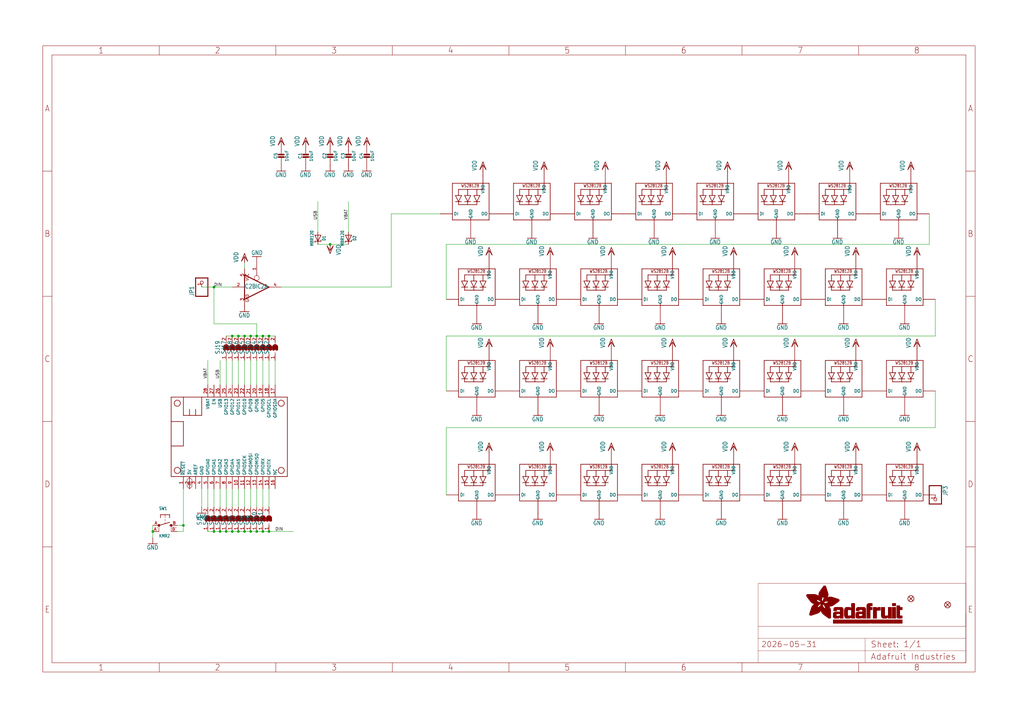
<source format=kicad_sch>
(kicad_sch (version 20230121) (generator eeschema)
  (paper "User" 425.45 298.602)
  (lib_symbols
    (symbol "working-eagle-import:741G125DBV"
      (property "Reference" "IC" (at -0.635 -0.635 0))
      (symbol "741G125DBV_1_0"
        (pin input line (at 0 10.16 270) (length 5.08) (name "OE") (number "1"))
        (pin input line (at -10.16 0 0) (length 5.08) (name "I") (number "2"))
        (pin tri_state line (at 10.16 0 180) (length 5.08) (name "O") (number "4"))
      )
      (symbol "741G125DBV_2_0"
        (text "GND" (at 1.905 -6.35 900) (effects (font (size 1.27 1.0795)) (justify left bottom)))
        (text "VCC" (at 1.905 2.54 900) (effects (font (size 1.27 1.0795)) (justify left bottom)))
        (pin power_in line (at 0 -7.62 90) (length 5.08) (name "GND") (number "3"))
        (pin power_in line (at 0 7.62 270) (length 5.08) (name "VCC") (number "5"))
      )
    )
    (symbol "working-eagle-import:CAP_CERAMIC0805-NOOUTLINE"
      (property "Reference" "C" (at -2.29 1.25 90))
      (symbol "CAP_CERAMIC0805-NOOUTLINE_1_0"
        (pin passive line (at 0 5.08 270) (length 2.54) (name "1") (number "1"))
        (pin passive line (at 0 -2.54 90) (length 2.54) (name "2") (number "2"))
      )
    )
    (symbol "working-eagle-import:DIODE-SCHOTTKYSOD-123"
      (property "Reference" "D" (at 0 2.54 0))
      (symbol "DIODE-SCHOTTKYSOD-123_1_0"
        (pin passive line (at -2.54 0 0) (length 2.54) (name "A") (number "A"))
        (pin passive line (at 2.54 0 180) (length 2.54) (name "C") (number "C"))
      )
    )
    (symbol "working-eagle-import:FEATHERWING"
      (symbol "FEATHERWING_1_0"
        (pin input line (at 5.08 -5.08 90) (length 5.08) (name "~{RESET}") (number "1"))
        (pin bidirectional line (at 27.94 -5.08 90) (length 5.08) (name "GPIOA5") (number "10"))
        (pin bidirectional line (at 30.48 -5.08 90) (length 5.08) (name "GPIOSCK") (number "11"))
        (pin bidirectional line (at 33.02 -5.08 90) (length 5.08) (name "GPIOMOSI") (number "12"))
        (pin bidirectional line (at 35.56 -5.08 90) (length 5.08) (name "GPIOMISO") (number "13"))
        (pin bidirectional line (at 38.1 -5.08 90) (length 5.08) (name "GPIORX") (number "14"))
        (pin bidirectional line (at 40.64 -5.08 90) (length 5.08) (name "GPIOTX") (number "15"))
        (pin passive line (at 43.18 -5.08 90) (length 5.08) (name "NC") (number "16"))
        (pin bidirectional line (at 43.18 38.1 270) (length 5.08) (name "GPIOSDA") (number "17"))
        (pin bidirectional line (at 40.64 38.1 270) (length 5.08) (name "GPIOSCL") (number "18"))
        (pin bidirectional line (at 38.1 38.1 270) (length 5.08) (name "GPIO5") (number "19"))
        (pin power_in line (at 7.62 -5.08 90) (length 5.08) (name "3V") (number "2"))
        (pin bidirectional line (at 35.56 38.1 270) (length 5.08) (name "GPIO6") (number "20"))
        (pin bidirectional line (at 33.02 38.1 270) (length 5.08) (name "GPIO9") (number "21"))
        (pin bidirectional line (at 30.48 38.1 270) (length 5.08) (name "GPIO10") (number "22"))
        (pin bidirectional line (at 27.94 38.1 270) (length 5.08) (name "GPIO11") (number "23"))
        (pin bidirectional line (at 25.4 38.1 270) (length 5.08) (name "GPIO12") (number "24"))
        (pin bidirectional line (at 22.86 38.1 270) (length 5.08) (name "GPIO13") (number "25"))
        (pin power_in line (at 20.32 38.1 270) (length 5.08) (name "USB") (number "26"))
        (pin passive line (at 17.78 38.1 270) (length 5.08) (name "EN") (number "27"))
        (pin power_in line (at 15.24 38.1 270) (length 5.08) (name "VBAT") (number "28"))
        (pin passive line (at 10.16 -5.08 90) (length 5.08) (name "AREF") (number "3"))
        (pin power_in line (at 12.7 -5.08 90) (length 5.08) (name "GND") (number "4"))
        (pin bidirectional line (at 15.24 -5.08 90) (length 5.08) (name "GPIOA0") (number "5"))
        (pin bidirectional line (at 17.78 -5.08 90) (length 5.08) (name "GPIOA1") (number "6"))
        (pin bidirectional line (at 20.32 -5.08 90) (length 5.08) (name "GPIOA2") (number "7"))
        (pin bidirectional line (at 22.86 -5.08 90) (length 5.08) (name "GPIOA3") (number "8"))
        (pin bidirectional line (at 25.4 -5.08 90) (length 5.08) (name "GPIOA4") (number "9"))
      )
    )
    (symbol "working-eagle-import:FIDUCIAL{dblquote}{dblquote}")
    (symbol "working-eagle-import:FRAME_A3_ADAFRUIT"
      (symbol "FRAME_A3_ADAFRUIT_1_0"
        (text "${#}/${##}" (at 357.505 10.16 0) (effects (font (size 2.54 2.54)) (justify left bottom)))
        (text "${CURRENT_DATE}" (at 298.45 10.16 0) (effects (font (size 2.286 2.286)) (justify left bottom)))
        (text "${PROJECTNAME}" (at 298.45 15.24 0) (effects (font (size 2.54 2.54)) (justify left bottom)))
        (text "1" (at 24.2094 1.905 0) (effects (font (size 2.54 2.286))))
        (text "1" (at 24.2094 258.445 0) (effects (font (size 2.54 2.286))))
        (text "2" (at 72.6281 1.905 0) (effects (font (size 2.54 2.286))))
        (text "2" (at 72.6281 258.445 0) (effects (font (size 2.54 2.286))))
        (text "3" (at 121.0469 1.905 0) (effects (font (size 2.54 2.286))))
        (text "3" (at 121.0469 258.445 0) (effects (font (size 2.54 2.286))))
        (text "4" (at 169.4656 1.905 0) (effects (font (size 2.54 2.286))))
        (text "4" (at 169.4656 258.445 0) (effects (font (size 2.54 2.286))))
        (text "5" (at 217.8844 1.905 0) (effects (font (size 2.54 2.286))))
        (text "5" (at 217.8844 258.445 0) (effects (font (size 2.54 2.286))))
        (text "6" (at 266.3031 1.905 0) (effects (font (size 2.54 2.286))))
        (text "6" (at 266.3031 258.445 0) (effects (font (size 2.54 2.286))))
        (text "7" (at 314.7219 1.905 0) (effects (font (size 2.54 2.286))))
        (text "7" (at 314.7219 258.445 0) (effects (font (size 2.54 2.286))))
        (text "8" (at 363.1406 1.905 0) (effects (font (size 2.54 2.286))))
        (text "8" (at 363.1406 258.445 0) (effects (font (size 2.54 2.286))))
        (text "A" (at 1.905 234.315 0) (effects (font (size 2.54 2.286))))
        (text "A" (at 385.445 234.315 0) (effects (font (size 2.54 2.286))))
        (text "Adafruit Industries" (at 343.916 4.953 0) (effects (font (size 2.54 2.54)) (justify left bottom)))
        (text "B" (at 1.905 182.245 0) (effects (font (size 2.54 2.286))))
        (text "B" (at 385.445 182.245 0) (effects (font (size 2.54 2.286))))
        (text "C" (at 1.905 130.175 0) (effects (font (size 2.54 2.286))))
        (text "C" (at 385.445 130.175 0) (effects (font (size 2.54 2.286))))
        (text "D" (at 1.905 78.105 0) (effects (font (size 2.54 2.286))))
        (text "D" (at 385.445 78.105 0) (effects (font (size 2.54 2.286))))
        (text "E" (at 1.905 26.035 0) (effects (font (size 2.54 2.286))))
        (text "E" (at 385.445 26.035 0) (effects (font (size 2.54 2.286))))
        (text "Sheet:" (at 343.916 10.033 0) (effects (font (size 2.54 2.54)) (justify left bottom)))
      )
    )
    (symbol "working-eagle-import:GND" (power)
      (property "Value" "GND" (at -2.54 -2.54 0))
      (symbol "GND_1_0"
        (pin power_in line (at 0 2.54 270) (length 2.54) (name "GND") (number "1"))
      )
    )
    (symbol "working-eagle-import:HEADER-1X1ROUND"
      (property "Reference" "JP" (at -6.35 3.175 0))
      (symbol "HEADER-1X1ROUND_1_0"
        (pin passive inverted (at -2.54 0 0) (length 2.54) (name "1") (number "1"))
      )
    )
    (symbol "working-eagle-import:SOLDERJUMPER"
      (property "Reference" "SJ" (at -2.54 2.54 0))
      (symbol "SOLDERJUMPER_1_0"
        (pin passive line (at -5.08 0 0) (length 2.54) (name "1") (number "1"))
        (pin passive line (at 5.08 0 180) (length 2.54) (name "2") (number "2"))
      )
    )
    (symbol "working-eagle-import:SOLDERJUMPERCLOSED"
      (property "Reference" "SJ" (at -2.54 2.54 0))
      (symbol "SOLDERJUMPERCLOSED_1_0"
        (pin passive line (at -5.08 0 0) (length 2.54) (name "1") (number "1"))
        (pin passive line (at 5.08 0 180) (length 2.54) (name "2") (number "2"))
      )
    )
    (symbol "working-eagle-import:SWITCH_TACT_SMT4.6X2.8"
      (property "Reference" "SW" (at -2.54 6.35 0))
      (symbol "SWITCH_TACT_SMT4.6X2.8_1_0"
        (pin passive line (at -5.08 0 0) (length 2.54) (name "P") (number "A"))
        (pin passive line (at -5.08 -2.54 0) (length 2.54) (name "P1") (number "A'"))
        (pin passive line (at 5.08 0 180) (length 2.54) (name "S") (number "B"))
        (pin passive line (at 5.08 -2.54 180) (length 2.54) (name "S1") (number "B'"))
      )
    )
    (symbol "working-eagle-import:VDD" (power)
      (property "Value" "VDD" (at -2.54 -2.54 90))
      (symbol "VDD_1_0"
        (pin power_in line (at 0 -2.54 90) (length 2.54) (name "VDD") (number "1"))
      )
    )
    (symbol "working-eagle-import:WS2812B3535"
      (symbol "WS2812B3535_1_0"
        (text "WS2812B" (at -4.064 8.382 0) (effects (font (size 1.27 1.0795)) (justify left bottom)))
        (pin input line (at -12.7 -2.54 0) (length 5.08) (name "DI") (number "1"))
        (pin power_in line (at 5.08 15.24 270) (length 5.08) (name "VDD") (number "2"))
        (pin output line (at 12.7 -2.54 180) (length 5.08) (name "DO") (number "3"))
        (pin power_in line (at 0 -10.16 90) (length 5.08) (name "GND") (number "4"))
      )
    )
  )
  (junction (at 101.6 220.98))
  (junction (at 104.14 139.7))
  (junction (at 106.68 139.7))
  (junction (at 111.76 220.98))
  (junction (at 88.9 220.98))
  (junction (at 63.5 220.98))
  (junction (at 99.06 139.7))
  (junction (at 96.52 220.98))
  (junction (at 88.9 119.38))
  (junction (at 91.44 220.98))
  (junction (at 76.2 218.44))
  (junction (at 137.16 101.6))
  (junction (at 106.68 220.98))
  (junction (at 111.76 139.7))
  (junction (at 96.52 139.7))
  (junction (at 109.22 139.7))
  (junction (at 99.06 220.98))
  (junction (at 104.14 220.98))
  (junction (at 101.6 139.7))
  (junction (at 109.22 220.98))
  (junction (at 93.98 220.98))
  (wire (pts (xy 104.14 220.98) (xy 106.68 220.98)) (stroke (width 0.1524)))
  (wire (pts (xy 101.6 220.98) (xy 104.14 220.98)) (stroke (width 0.1524)))
  (wire (pts (xy 101.6 111.76) (xy 101.6 109.22)) (stroke (width 0.1524)))
  (wire (pts (xy 93.98 220.98) (xy 96.52 220.98)) (stroke (width 0.1524)))
  (wire (pts (xy 91.44 149.86) (xy 91.44 160.02)) (stroke (width 0.1524)))
  (wire (pts (xy 104.14 210.82) (xy 104.14 203.2)) (stroke (width 0.1524)))
  (wire (pts (xy 91.44 210.82) (xy 91.44 203.2)) (stroke (width 0.1524)))
  (wire (pts (xy 111.76 149.86) (xy 111.76 160.02)) (stroke (width 0.1524)))
  (wire (pts (xy 109.22 139.7) (xy 111.76 139.7)) (stroke (width 0.1524)))
  (wire (pts (xy 116.84 119.38) (xy 162.56 119.38)) (stroke (width 0.1524)))
  (wire (pts (xy 83.82 210.82) (xy 83.82 203.2)) (stroke (width 0.1524)))
  (wire (pts (xy 111.76 210.82) (xy 111.76 203.2)) (stroke (width 0.1524)))
  (wire (pts (xy 99.06 220.98) (xy 101.6 220.98)) (stroke (width 0.1524)))
  (wire (pts (xy 137.16 101.6) (xy 144.78 101.6)) (stroke (width 0.1524)))
  (wire (pts (xy 104.14 149.86) (xy 104.14 160.02)) (stroke (width 0.1524)))
  (wire (pts (xy 96.52 220.98) (xy 99.06 220.98)) (stroke (width 0.1524)))
  (wire (pts (xy 96.52 149.86) (xy 96.52 160.02)) (stroke (width 0.1524)))
  (wire (pts (xy 63.5 220.98) (xy 63.5 223.52)) (stroke (width 0.1524)))
  (wire (pts (xy 93.98 210.82) (xy 93.98 203.2)) (stroke (width 0.1524)))
  (wire (pts (xy 106.68 210.82) (xy 106.68 203.2)) (stroke (width 0.1524)))
  (wire (pts (xy 86.36 220.98) (xy 88.9 220.98)) (stroke (width 0.1524)))
  (wire (pts (xy 101.6 139.7) (xy 104.14 139.7)) (stroke (width 0.1524)))
  (wire (pts (xy 132.08 96.52) (xy 132.08 83.82)) (stroke (width 0.1524)))
  (wire (pts (xy 106.68 134.62) (xy 88.9 134.62)) (stroke (width 0.1524)))
  (wire (pts (xy 93.98 139.7) (xy 96.52 139.7)) (stroke (width 0.1524)))
  (wire (pts (xy 185.42 124.46) (xy 185.42 101.6)) (stroke (width 0.1524)))
  (wire (pts (xy 101.6 149.86) (xy 101.6 160.02)) (stroke (width 0.1524)))
  (wire (pts (xy 93.98 149.86) (xy 93.98 160.02)) (stroke (width 0.1524)))
  (wire (pts (xy 162.56 119.38) (xy 162.56 88.9)) (stroke (width 0.1524)))
  (wire (pts (xy 185.42 162.56) (xy 185.42 139.7)) (stroke (width 0.1524)))
  (wire (pts (xy 96.52 210.82) (xy 96.52 203.2)) (stroke (width 0.1524)))
  (wire (pts (xy 63.5 218.44) (xy 63.5 220.98)) (stroke (width 0.1524)))
  (wire (pts (xy 96.52 139.7) (xy 99.06 139.7)) (stroke (width 0.1524)))
  (wire (pts (xy 185.42 177.8) (xy 388.62 177.8)) (stroke (width 0.1524)))
  (wire (pts (xy 106.68 149.86) (xy 106.68 160.02)) (stroke (width 0.1524)))
  (wire (pts (xy 76.2 218.44) (xy 76.2 220.98)) (stroke (width 0.1524)))
  (wire (pts (xy 99.06 210.82) (xy 99.06 203.2)) (stroke (width 0.1524)))
  (wire (pts (xy 106.68 139.7) (xy 109.22 139.7)) (stroke (width 0.1524)))
  (wire (pts (xy 99.06 149.86) (xy 99.06 160.02)) (stroke (width 0.1524)))
  (wire (pts (xy 99.06 139.7) (xy 101.6 139.7)) (stroke (width 0.1524)))
  (wire (pts (xy 88.9 220.98) (xy 91.44 220.98)) (stroke (width 0.1524)))
  (wire (pts (xy 76.2 220.98) (xy 73.66 220.98)) (stroke (width 0.1524)))
  (wire (pts (xy 109.22 210.82) (xy 109.22 203.2)) (stroke (width 0.1524)))
  (wire (pts (xy 185.42 101.6) (xy 386.08 101.6)) (stroke (width 0.1524)))
  (wire (pts (xy 101.6 210.82) (xy 101.6 203.2)) (stroke (width 0.1524)))
  (wire (pts (xy 106.68 139.7) (xy 106.68 134.62)) (stroke (width 0.1524)))
  (wire (pts (xy 73.66 218.44) (xy 76.2 218.44)) (stroke (width 0.1524)))
  (wire (pts (xy 76.2 203.2) (xy 76.2 218.44)) (stroke (width 0.1524)))
  (wire (pts (xy 88.9 134.62) (xy 88.9 119.38)) (stroke (width 0.1524)))
  (wire (pts (xy 162.56 88.9) (xy 182.88 88.9)) (stroke (width 0.1524)))
  (wire (pts (xy 388.62 139.7) (xy 388.62 124.46)) (stroke (width 0.1524)))
  (wire (pts (xy 86.36 210.82) (xy 86.36 203.2)) (stroke (width 0.1524)))
  (wire (pts (xy 114.3 149.86) (xy 114.3 160.02)) (stroke (width 0.1524)))
  (wire (pts (xy 185.42 205.74) (xy 185.42 177.8)) (stroke (width 0.1524)))
  (wire (pts (xy 109.22 220.98) (xy 111.76 220.98)) (stroke (width 0.1524)))
  (wire (pts (xy 185.42 139.7) (xy 388.62 139.7)) (stroke (width 0.1524)))
  (wire (pts (xy 88.9 210.82) (xy 88.9 203.2)) (stroke (width 0.1524)))
  (wire (pts (xy 106.68 220.98) (xy 109.22 220.98)) (stroke (width 0.1524)))
  (wire (pts (xy 91.44 220.98) (xy 93.98 220.98)) (stroke (width 0.1524)))
  (wire (pts (xy 132.08 101.6) (xy 137.16 101.6)) (stroke (width 0.1524)))
  (wire (pts (xy 388.62 177.8) (xy 388.62 162.56)) (stroke (width 0.1524)))
  (wire (pts (xy 86.36 149.86) (xy 86.36 160.02)) (stroke (width 0.1524)))
  (wire (pts (xy 83.82 119.38) (xy 88.9 119.38)) (stroke (width 0.1524)))
  (wire (pts (xy 144.78 96.52) (xy 144.78 83.82)) (stroke (width 0.1524)))
  (wire (pts (xy 111.76 139.7) (xy 114.3 139.7)) (stroke (width 0.1524)))
  (wire (pts (xy 104.14 139.7) (xy 106.68 139.7)) (stroke (width 0.1524)))
  (wire (pts (xy 109.22 149.86) (xy 109.22 160.02)) (stroke (width 0.1524)))
  (wire (pts (xy 111.76 220.98) (xy 121.92 220.98)) (stroke (width 0.1524)))
  (wire (pts (xy 88.9 119.38) (xy 96.52 119.38)) (stroke (width 0.1524)))
  (wire (pts (xy 386.08 101.6) (xy 386.08 88.9)) (stroke (width 0.1524)))
  (label "DIN" (at 88.9 119.38 0) (effects (font (size 1.2446 1.2446))))
  (label "USB" (at 132.08 91.44 90) (effects (font (size 1.2446 1.2446))))
  (label "VBAT" (at 144.78 91.44 90) (effects (font (size 1.2446 1.2446))))
  (label "USB" (at 91.44 157.48 90) (effects (font (size 1.2446 1.2446))))
  (label "DIN" (at 114.3 220.98 0) (effects (font (size 1.2446 1.2446))))
  (label "VBAT" (at 86.36 157.48 90) (effects (font (size 1.2446 1.2446))))
  (global_label "3V" (shape bidirectional) (at 78.74 203.2 90) (effects (font (size 1.016 1.016))) (property "Intersheetrefs" "${INTERSHEET_REFS}" (effects hide)))
  (symbol (lib_id "working-eagle-import:SOLDERJUMPER") (at 96.52 144.78 90) (unit 1)
    (property "Reference" "SJ17" (at 93.98 147.32 0) (effects (font (size 1.778 1.5113)) (justify left bottom)))
    (property "Value" "SOLDERJUMPER" (effects hide))
    (property "Footprint" "working:SOLDERJUMPER_ARROW_NOPASTE" (effects hide))
  )
  (symbol (lib_id "working-eagle-import:WS2812B3535") (at 373.38 86.36 0) (unit 1)
    (property "Reference" "LED26" (effects hide))
    (property "Value" "WS2812B3535" (effects hide))
    (property "Footprint" "working:LED3535" (effects hide))
  )
  (symbol (lib_id "working-eagle-import:SOLDERJUMPERCLOSED") (at 106.68 144.78 90) (unit 1)
    (property "Reference" "SJ20" (at 104.14 147.32 0) (effects (font (size 1.778 1.5113)) (justify left bottom)))
    (property "Value" "SOLDERJUMPERCLOSED" (effects hide))
    (property "Footprint" "working:SOLDERJUMPER_CLOSEDWIRE" (effects hide))
  )
  (symbol (lib_id "working-eagle-import:SOLDERJUMPER") (at 101.6 144.78 90) (unit 1)
    (property "Reference" "SJ16" (at 99.06 147.32 0) (effects (font (size 1.778 1.5113)) (justify left bottom)))
    (property "Value" "SOLDERJUMPER" (effects hide))
    (property "Footprint" "working:SOLDERJUMPER_ARROW_NOPASTE" (effects hide))
  )
  (symbol (lib_id "working-eagle-import:VDD") (at 276.86 68.58 0) (unit 1)
    (property "Reference" "#VDD11" (effects hide))
    (property "Value" "VDD" (at 274.32 71.12 90) (effects (font (size 1.778 1.5113)) (justify left bottom)))
  )
  (symbol (lib_id "working-eagle-import:WS2812B3535") (at 350.52 203.2 0) (unit 1)
    (property "Reference" "LED31" (effects hide))
    (property "Value" "WS2812B3535" (effects hide))
    (property "Footprint" "working:LED3535" (effects hide))
  )
  (symbol (lib_id "working-eagle-import:VDD") (at 203.2 104.14 0) (unit 1)
    (property "Reference" "#VDD23" (effects hide))
    (property "Value" "VDD" (at 200.66 106.68 90) (effects (font (size 1.778 1.5113)) (justify left bottom)))
  )
  (symbol (lib_id "working-eagle-import:WS2812B3535") (at 248.92 160.02 0) (unit 1)
    (property "Reference" "LED15" (effects hide))
    (property "Value" "WS2812B3535" (effects hide))
    (property "Footprint" "working:LED3535" (effects hide))
  )
  (symbol (lib_id "working-eagle-import:VDD") (at 254 185.42 0) (unit 1)
    (property "Reference" "#VDD34" (effects hide))
    (property "Value" "VDD" (at 251.46 187.96 90) (effects (font (size 1.778 1.5113)) (justify left bottom)))
  )
  (symbol (lib_id "working-eagle-import:GND") (at 274.32 215.9 0) (unit 1)
    (property "Reference" "#GND37" (effects hide))
    (property "Value" "GND" (at 271.78 218.44 0) (effects (font (size 1.778 1.5113)) (justify left bottom)))
  )
  (symbol (lib_id "working-eagle-import:SOLDERJUMPER") (at 99.06 215.9 90) (unit 1)
    (property "Reference" "SJ6" (at 96.52 218.44 0) (effects (font (size 1.778 1.5113)) (justify left bottom)))
    (property "Value" "SOLDERJUMPER" (effects hide))
    (property "Footprint" "working:SOLDERJUMPER_ARROW_NOPASTE" (effects hide))
  )
  (symbol (lib_id "working-eagle-import:SOLDERJUMPER") (at 96.52 215.9 90) (unit 1)
    (property "Reference" "SJ5" (at 93.98 218.44 0) (effects (font (size 1.778 1.5113)) (justify left bottom)))
    (property "Value" "SOLDERJUMPER" (effects hide))
    (property "Footprint" "working:SOLDERJUMPER_ARROW_NOPASTE" (effects hide))
  )
  (symbol (lib_id "working-eagle-import:VDD") (at 144.78 58.42 0) (unit 1)
    (property "Reference" "#VDD5" (effects hide))
    (property "Value" "VDD" (at 142.24 60.96 90) (effects (font (size 1.778 1.5113)) (justify left bottom)))
  )
  (symbol (lib_id "working-eagle-import:GND") (at 375.92 215.9 0) (unit 1)
    (property "Reference" "#GND41" (effects hide))
    (property "Value" "GND" (at 373.38 218.44 0) (effects (font (size 1.778 1.5113)) (justify left bottom)))
  )
  (symbol (lib_id "working-eagle-import:WS2812B3535") (at 220.98 86.36 0) (unit 1)
    (property "Reference" "LED2" (effects hide))
    (property "Value" "WS2812B3535" (effects hide))
    (property "Footprint" "working:LED3535" (effects hide))
  )
  (symbol (lib_id "working-eagle-import:SOLDERJUMPER") (at 93.98 215.9 90) (unit 1)
    (property "Reference" "SJ4" (at 91.44 218.44 0) (effects (font (size 1.778 1.5113)) (justify left bottom)))
    (property "Value" "SOLDERJUMPER" (effects hide))
    (property "Footprint" "working:SOLDERJUMPER_ARROW_NOPASTE" (effects hide))
  )
  (symbol (lib_id "working-eagle-import:WS2812B3535") (at 246.38 86.36 0) (unit 1)
    (property "Reference" "LED3" (effects hide))
    (property "Value" "WS2812B3535" (effects hide))
    (property "Footprint" "working:LED3535" (effects hide))
  )
  (symbol (lib_id "working-eagle-import:VDD") (at 304.8 104.14 0) (unit 1)
    (property "Reference" "#VDD19" (effects hide))
    (property "Value" "VDD" (at 302.26 106.68 90) (effects (font (size 1.778 1.5113)) (justify left bottom)))
  )
  (symbol (lib_id "working-eagle-import:GND") (at 144.78 71.12 0) (unit 1)
    (property "Reference" "#GND5" (effects hide))
    (property "Value" "GND" (at 142.24 73.66 0) (effects (font (size 1.778 1.5113)) (justify left bottom)))
  )
  (symbol (lib_id "working-eagle-import:VDD") (at 279.4 104.14 0) (unit 1)
    (property "Reference" "#VDD20" (effects hide))
    (property "Value" "VDD" (at 276.86 106.68 90) (effects (font (size 1.778 1.5113)) (justify left bottom)))
  )
  (symbol (lib_id "working-eagle-import:WS2812B3535") (at 274.32 121.92 0) (unit 1)
    (property "Reference" "LED10" (effects hide))
    (property "Value" "WS2812B3535" (effects hide))
    (property "Footprint" "working:LED3535" (effects hide))
  )
  (symbol (lib_id "working-eagle-import:SWITCH_TACT_SMT4.6X2.8") (at 68.58 218.44 0) (unit 1)
    (property "Reference" "SW1" (at 66.04 212.09 0) (effects (font (size 1.27 1.0795)) (justify left bottom)))
    (property "Value" "KMR2" (at 66.04 223.52 0) (effects (font (size 1.27 1.0795)) (justify left bottom)))
    (property "Footprint" "working:BTN_KMR2_4.6X2.8" (effects hide))
  )
  (symbol (lib_id "working-eagle-import:741G125DBV") (at 106.68 119.38 0) (unit 1)
    (property "Reference" "IC2" (at 106.045 120.015 0) (effects (font (size 1.778 1.5113)) (justify left bottom)))
    (property "Value" "741G125DBV" (effects hide))
    (property "Footprint" "working:SOT23-5" (effects hide))
  )
  (symbol (lib_id "working-eagle-import:VDD") (at 330.2 142.24 0) (unit 1)
    (property "Reference" "#VDD29" (effects hide))
    (property "Value" "VDD" (at 327.66 144.78 90) (effects (font (size 1.778 1.5113)) (justify left bottom)))
  )
  (symbol (lib_id "working-eagle-import:SOLDERJUMPER") (at 93.98 144.78 90) (unit 1)
    (property "Reference" "SJ19" (at 91.44 147.32 0) (effects (font (size 1.778 1.5113)) (justify left bottom)))
    (property "Value" "SOLDERJUMPER" (effects hide))
    (property "Footprint" "working:SOLDERJUMPER_ARROW_NOPASTE" (effects hide))
  )
  (symbol (lib_id "working-eagle-import:WS2812B3535") (at 274.32 203.2 0) (unit 1)
    (property "Reference" "LED22" (effects hide))
    (property "Value" "WS2812B3535" (effects hide))
    (property "Footprint" "working:LED3535" (effects hide))
  )
  (symbol (lib_id "working-eagle-import:FRAME_A3_ADAFRUIT") (at 17.78 279.4 0) (unit 1)
    (property "Reference" "#U$5" (effects hide))
    (property "Value" "FRAME_A3_ADAFRUIT" (effects hide))
  )
  (symbol (lib_id "working-eagle-import:VDD") (at 228.6 142.24 0) (unit 1)
    (property "Reference" "#VDD25" (effects hide))
    (property "Value" "VDD" (at 226.06 144.78 90) (effects (font (size 1.778 1.5113)) (justify left bottom)))
  )
  (symbol (lib_id "working-eagle-import:GND") (at 63.5 226.06 0) (unit 1)
    (property "Reference" "#GND4" (effects hide))
    (property "Value" "GND" (at 60.96 228.6 0) (effects (font (size 1.778 1.5113)) (justify left bottom)))
  )
  (symbol (lib_id "working-eagle-import:GND") (at 299.72 215.9 0) (unit 1)
    (property "Reference" "#GND38" (effects hide))
    (property "Value" "GND" (at 297.18 218.44 0) (effects (font (size 1.778 1.5113)) (justify left bottom)))
  )
  (symbol (lib_id "working-eagle-import:GND") (at 350.52 134.62 0) (unit 1)
    (property "Reference" "#GND19" (effects hide))
    (property "Value" "GND" (at 347.98 137.16 0) (effects (font (size 1.778 1.5113)) (justify left bottom)))
  )
  (symbol (lib_id "working-eagle-import:HEADER-1X1ROUND") (at 388.62 208.28 270) (unit 1)
    (property "Reference" "JP3" (at 391.795 201.93 0) (effects (font (size 1.778 1.5113)) (justify left bottom)))
    (property "Value" "HEADER-1X1ROUND" (effects hide))
    (property "Footprint" "working:1X01_ROUND" (effects hide))
  )
  (symbol (lib_id "working-eagle-import:VDD") (at 254 142.24 0) (unit 1)
    (property "Reference" "#VDD26" (effects hide))
    (property "Value" "VDD" (at 251.46 144.78 90) (effects (font (size 1.778 1.5113)) (justify left bottom)))
  )
  (symbol (lib_id "working-eagle-import:GND") (at 127 71.12 0) (unit 1)
    (property "Reference" "#GND7" (effects hide))
    (property "Value" "GND" (at 124.46 73.66 0) (effects (font (size 1.778 1.5113)) (justify left bottom)))
  )
  (symbol (lib_id "working-eagle-import:WS2812B3535") (at 375.92 203.2 0) (unit 1)
    (property "Reference" "LED32" (effects hide))
    (property "Value" "WS2812B3535" (effects hide))
    (property "Footprint" "working:LED3535" (effects hide))
  )
  (symbol (lib_id "working-eagle-import:GND") (at 325.12 134.62 0) (unit 1)
    (property "Reference" "#GND20" (effects hide))
    (property "Value" "GND" (at 322.58 137.16 0) (effects (font (size 1.778 1.5113)) (justify left bottom)))
  )
  (symbol (lib_id "working-eagle-import:VDD") (at 327.66 68.58 0) (unit 1)
    (property "Reference" "#VDD13" (effects hide))
    (property "Value" "VDD" (at 325.12 71.12 90) (effects (font (size 1.778 1.5113)) (justify left bottom)))
  )
  (symbol (lib_id "working-eagle-import:WS2812B3535") (at 223.52 121.92 0) (unit 1)
    (property "Reference" "LED8" (effects hide))
    (property "Value" "WS2812B3535" (effects hide))
    (property "Footprint" "working:LED3535" (effects hide))
  )
  (symbol (lib_id "working-eagle-import:VDD") (at 228.6 185.42 0) (unit 1)
    (property "Reference" "#VDD33" (effects hide))
    (property "Value" "VDD" (at 226.06 187.96 90) (effects (font (size 1.778 1.5113)) (justify left bottom)))
  )
  (symbol (lib_id "working-eagle-import:CAP_CERAMIC0805-NOOUTLINE") (at 127 66.04 0) (unit 1)
    (property "Reference" "C1" (at 124.71 64.79 90))
    (property "Value" "10uF" (at 129.3 64.79 90))
    (property "Footprint" "working:0805-NO" (effects hide))
  )
  (symbol (lib_id "working-eagle-import:GND") (at 198.12 134.62 0) (unit 1)
    (property "Reference" "#GND25" (effects hide))
    (property "Value" "GND" (at 195.58 137.16 0) (effects (font (size 1.778 1.5113)) (justify left bottom)))
  )
  (symbol (lib_id "working-eagle-import:GND") (at 271.78 99.06 0) (unit 1)
    (property "Reference" "#GND13" (effects hide))
    (property "Value" "GND" (at 269.24 101.6 0) (effects (font (size 1.778 1.5113)) (justify left bottom)))
  )
  (symbol (lib_id "working-eagle-import:WS2812B3535") (at 299.72 203.2 0) (unit 1)
    (property "Reference" "LED23" (effects hide))
    (property "Value" "WS2812B3535" (effects hide))
    (property "Footprint" "working:LED3535" (effects hide))
  )
  (symbol (lib_id "working-eagle-import:FIDUCIAL{dblquote}{dblquote}") (at 393.7 251.46 0) (unit 1)
    (property "Reference" "FID1" (effects hide))
    (property "Value" "FIDUCIAL{dblquote}{dblquote}" (effects hide))
    (property "Footprint" "working:FIDUCIAL_1MM" (effects hide))
  )
  (symbol (lib_id "working-eagle-import:CAP_CERAMIC0805-NOOUTLINE") (at 144.78 66.04 0) (unit 1)
    (property "Reference" "C3" (at 142.49 64.79 90))
    (property "Value" "10uF" (at 147.08 64.79 90))
    (property "Footprint" "working:0805-NO" (effects hide))
  )
  (symbol (lib_id "working-eagle-import:SOLDERJUMPER") (at 106.68 215.9 90) (unit 1)
    (property "Reference" "SJ9" (at 104.14 218.44 0) (effects (font (size 1.778 1.5113)) (justify left bottom)))
    (property "Value" "SOLDERJUMPER" (effects hide))
    (property "Footprint" "working:SOLDERJUMPER_ARROW_NOPASTE" (effects hide))
  )
  (symbol (lib_id "working-eagle-import:GND") (at 248.92 215.9 0) (unit 1)
    (property "Reference" "#GND36" (effects hide))
    (property "Value" "GND" (at 246.38 218.44 0) (effects (font (size 1.778 1.5113)) (justify left bottom)))
  )
  (symbol (lib_id "working-eagle-import:SOLDERJUMPER") (at 114.3 144.78 90) (unit 1)
    (property "Reference" "SJ12" (at 111.76 147.32 0) (effects (font (size 1.778 1.5113)) (justify left bottom)))
    (property "Value" "SOLDERJUMPER" (effects hide))
    (property "Footprint" "working:SOLDERJUMPER_ARROW_NOPASTE" (effects hide))
  )
  (symbol (lib_id "working-eagle-import:FIDUCIAL{dblquote}{dblquote}") (at 378.46 248.92 0) (unit 1)
    (property "Reference" "FID3" (effects hide))
    (property "Value" "FIDUCIAL{dblquote}{dblquote}" (effects hide))
    (property "Footprint" "working:FIDUCIAL_1MM" (effects hide))
  )
  (symbol (lib_id "working-eagle-import:GND") (at 375.92 134.62 0) (unit 1)
    (property "Reference" "#GND18" (effects hide))
    (property "Value" "GND" (at 373.38 137.16 0) (effects (font (size 1.778 1.5113)) (justify left bottom)))
  )
  (symbol (lib_id "working-eagle-import:GND") (at 101.6 129.54 0) (unit 1)
    (property "Reference" "#GND1" (effects hide))
    (property "Value" "GND" (at 99.06 132.08 0) (effects (font (size 1.778 1.5113)) (justify left bottom)))
  )
  (symbol (lib_id "working-eagle-import:GND") (at 220.98 99.06 0) (unit 1)
    (property "Reference" "#GND11" (effects hide))
    (property "Value" "GND" (at 218.44 101.6 0) (effects (font (size 1.778 1.5113)) (justify left bottom)))
  )
  (symbol (lib_id "working-eagle-import:GND") (at 350.52 172.72 0) (unit 1)
    (property "Reference" "#GND32" (effects hide))
    (property "Value" "GND" (at 347.98 175.26 0) (effects (font (size 1.778 1.5113)) (justify left bottom)))
  )
  (symbol (lib_id "working-eagle-import:DIODE-SCHOTTKYSOD-123") (at 132.08 99.06 270) (unit 1)
    (property "Reference" "D1" (at 134.62 99.06 0) (effects (font (size 1.27 1.0795))))
    (property "Value" "MBR120" (at 129.58 99.06 0) (effects (font (size 1.27 1.0795))))
    (property "Footprint" "working:SOD-123" (effects hide))
  )
  (symbol (lib_id "working-eagle-import:GND") (at 350.52 215.9 0) (unit 1)
    (property "Reference" "#GND40" (effects hide))
    (property "Value" "GND" (at 347.98 218.44 0) (effects (font (size 1.778 1.5113)) (justify left bottom)))
  )
  (symbol (lib_id "working-eagle-import:GND") (at 246.38 99.06 0) (unit 1)
    (property "Reference" "#GND12" (effects hide))
    (property "Value" "GND" (at 243.84 101.6 0) (effects (font (size 1.778 1.5113)) (justify left bottom)))
  )
  (symbol (lib_id "working-eagle-import:VDD") (at 304.8 185.42 0) (unit 1)
    (property "Reference" "#VDD36" (effects hide))
    (property "Value" "VDD" (at 302.26 187.96 90) (effects (font (size 1.778 1.5113)) (justify left bottom)))
  )
  (symbol (lib_id "working-eagle-import:WS2812B3535") (at 271.78 86.36 0) (unit 1)
    (property "Reference" "LED4" (effects hide))
    (property "Value" "WS2812B3535" (effects hide))
    (property "Footprint" "working:LED3535" (effects hide))
  )
  (symbol (lib_id "working-eagle-import:GND") (at 223.52 172.72 0) (unit 1)
    (property "Reference" "#GND27" (effects hide))
    (property "Value" "GND" (at 220.98 175.26 0) (effects (font (size 1.778 1.5113)) (justify left bottom)))
  )
  (symbol (lib_id "working-eagle-import:WS2812B3535") (at 248.92 203.2 0) (unit 1)
    (property "Reference" "LED21" (effects hide))
    (property "Value" "WS2812B3535" (effects hide))
    (property "Footprint" "working:LED3535" (effects hide))
  )
  (symbol (lib_id "working-eagle-import:SOLDERJUMPER") (at 99.06 144.78 90) (unit 1)
    (property "Reference" "SJ18" (at 96.52 147.32 0) (effects (font (size 1.778 1.5113)) (justify left bottom)))
    (property "Value" "SOLDERJUMPER" (effects hide))
    (property "Footprint" "working:SOLDERJUMPER_ARROW_NOPASTE" (effects hide))
  )
  (symbol (lib_id "working-eagle-import:GND") (at 299.72 172.72 0) (unit 1)
    (property "Reference" "#GND30" (effects hide))
    (property "Value" "GND" (at 297.18 175.26 0) (effects (font (size 1.778 1.5113)) (justify left bottom)))
  )
  (symbol (lib_id "working-eagle-import:WS2812B3535") (at 375.92 121.92 0) (unit 1)
    (property "Reference" "LED28" (effects hide))
    (property "Value" "WS2812B3535" (effects hide))
    (property "Footprint" "working:LED3535" (effects hide))
  )
  (symbol (lib_id "working-eagle-import:HEADER-1X1ROUND") (at 83.82 116.84 90) (unit 1)
    (property "Reference" "JP1" (at 80.645 123.19 0) (effects (font (size 1.778 1.5113)) (justify left bottom)))
    (property "Value" "HEADER-1X1ROUND" (effects hide))
    (property "Footprint" "working:1X01_ROUND" (effects hide))
  )
  (symbol (lib_id "working-eagle-import:SOLDERJUMPER") (at 111.76 144.78 90) (unit 1)
    (property "Reference" "SJ13" (at 109.22 147.32 0) (effects (font (size 1.778 1.5113)) (justify left bottom)))
    (property "Value" "SOLDERJUMPER" (effects hide))
    (property "Footprint" "working:SOLDERJUMPER_ARROW_NOPASTE" (effects hide))
  )
  (symbol (lib_id "working-eagle-import:WS2812B3535") (at 198.12 203.2 0) (unit 1)
    (property "Reference" "LED19" (effects hide))
    (property "Value" "WS2812B3535" (effects hide))
    (property "Footprint" "working:LED3535" (effects hide))
  )
  (symbol (lib_id "working-eagle-import:VDD") (at 101.6 106.68 0) (unit 1)
    (property "Reference" "#VDD2" (effects hide))
    (property "Value" "VDD" (at 99.06 109.22 90) (effects (font (size 1.778 1.5113)) (justify left bottom)))
  )
  (symbol (lib_id "working-eagle-import:VDD") (at 355.6 142.24 0) (unit 1)
    (property "Reference" "#VDD30" (effects hide))
    (property "Value" "VDD" (at 353.06 144.78 90) (effects (font (size 1.778 1.5113)) (justify left bottom)))
  )
  (symbol (lib_id "working-eagle-import:WS2812B3535") (at 322.58 86.36 0) (unit 1)
    (property "Reference" "LED6" (effects hide))
    (property "Value" "WS2812B3535" (effects hide))
    (property "Footprint" "working:LED3535" (effects hide))
  )
  (symbol (lib_id "working-eagle-import:GND") (at 137.16 71.12 0) (unit 1)
    (property "Reference" "#GND6" (effects hide))
    (property "Value" "GND" (at 134.62 73.66 0) (effects (font (size 1.778 1.5113)) (justify left bottom)))
  )
  (symbol (lib_id "working-eagle-import:VDD") (at 203.2 142.24 0) (unit 1)
    (property "Reference" "#VDD24" (effects hide))
    (property "Value" "VDD" (at 200.66 144.78 90) (effects (font (size 1.778 1.5113)) (justify left bottom)))
  )
  (symbol (lib_id "working-eagle-import:GND") (at 106.68 106.68 180) (unit 1)
    (property "Reference" "#GND2" (effects hide))
    (property "Value" "GND" (at 109.22 104.14 0) (effects (font (size 1.778 1.5113)) (justify left bottom)))
  )
  (symbol (lib_id "working-eagle-import:WS2812B3535") (at 198.12 121.92 0) (unit 1)
    (property "Reference" "LED7" (effects hide))
    (property "Value" "WS2812B3535" (effects hide))
    (property "Footprint" "working:LED3535" (effects hide))
  )
  (symbol (lib_id "working-eagle-import:GND") (at 347.98 99.06 0) (unit 1)
    (property "Reference" "#GND16" (effects hide))
    (property "Value" "GND" (at 345.44 101.6 0) (effects (font (size 1.778 1.5113)) (justify left bottom)))
  )
  (symbol (lib_id "working-eagle-import:GND") (at 116.84 71.12 0) (unit 1)
    (property "Reference" "#GND9" (effects hide))
    (property "Value" "GND" (at 114.3 73.66 0) (effects (font (size 1.778 1.5113)) (justify left bottom)))
  )
  (symbol (lib_id "working-eagle-import:VDD") (at 304.8 142.24 0) (unit 1)
    (property "Reference" "#VDD28" (effects hide))
    (property "Value" "VDD" (at 302.26 144.78 90) (effects (font (size 1.778 1.5113)) (justify left bottom)))
  )
  (symbol (lib_id "working-eagle-import:WS2812B3535") (at 325.12 203.2 0) (unit 1)
    (property "Reference" "LED24" (effects hide))
    (property "Value" "WS2812B3535" (effects hide))
    (property "Footprint" "working:LED3535" (effects hide))
  )
  (symbol (lib_id "working-eagle-import:GND") (at 198.12 172.72 0) (unit 1)
    (property "Reference" "#GND26" (effects hide))
    (property "Value" "GND" (at 195.58 175.26 0) (effects (font (size 1.778 1.5113)) (justify left bottom)))
  )
  (symbol (lib_id "working-eagle-import:VDD") (at 378.46 68.58 0) (unit 1)
    (property "Reference" "#VDD15" (effects hide))
    (property "Value" "VDD" (at 375.92 71.12 90) (effects (font (size 1.778 1.5113)) (justify left bottom)))
  )
  (symbol (lib_id "working-eagle-import:GND") (at 152.4 71.12 0) (unit 1)
    (property "Reference" "#GND8" (effects hide))
    (property "Value" "GND" (at 149.86 73.66 0) (effects (font (size 1.778 1.5113)) (justify left bottom)))
  )
  (symbol (lib_id "working-eagle-import:SOLDERJUMPER") (at 104.14 144.78 90) (unit 1)
    (property "Reference" "SJ15" (at 101.6 147.32 0) (effects (font (size 1.778 1.5113)) (justify left bottom)))
    (property "Value" "SOLDERJUMPER" (effects hide))
    (property "Footprint" "working:SOLDERJUMPER_ARROW_NOPASTE" (effects hide))
  )
  (symbol (lib_id "working-eagle-import:741G125DBV") (at 101.6 119.38 0) (unit 2)
    (property "Reference" "IC2" (at 100.965 120.015 0) (effects (font (size 1.778 1.5113)) (justify left bottom)))
    (property "Value" "741G125DBV" (effects hide))
    (property "Footprint" "working:SOT23-5" (effects hide))
  )
  (symbol (lib_id "working-eagle-import:VDD") (at 127 58.42 0) (unit 1)
    (property "Reference" "#VDD3" (effects hide))
    (property "Value" "VDD" (at 124.46 60.96 90) (effects (font (size 1.778 1.5113)) (justify left bottom)))
  )
  (symbol (lib_id "working-eagle-import:WS2812B3535") (at 223.52 160.02 0) (unit 1)
    (property "Reference" "LED14" (effects hide))
    (property "Value" "WS2812B3535" (effects hide))
    (property "Footprint" "working:LED3535" (effects hide))
  )
  (symbol (lib_id "working-eagle-import:VDD") (at 228.6 104.14 0) (unit 1)
    (property "Reference" "#VDD22" (effects hide))
    (property "Value" "VDD" (at 226.06 106.68 90) (effects (font (size 1.778 1.5113)) (justify left bottom)))
  )
  (symbol (lib_id "working-eagle-import:GND") (at 223.52 134.62 0) (unit 1)
    (property "Reference" "#GND24" (effects hide))
    (property "Value" "GND" (at 220.98 137.16 0) (effects (font (size 1.778 1.5113)) (justify left bottom)))
  )
  (symbol (lib_id "working-eagle-import:WS2812B3535") (at 195.58 86.36 0) (unit 1)
    (property "Reference" "LED1" (effects hide))
    (property "Value" "WS2812B3535" (effects hide))
    (property "Footprint" "working:LED3535" (effects hide))
  )
  (symbol (lib_id "working-eagle-import:WS2812B3535") (at 248.92 121.92 0) (unit 1)
    (property "Reference" "LED9" (effects hide))
    (property "Value" "WS2812B3535" (effects hide))
    (property "Footprint" "working:LED3535" (effects hide))
  )
  (symbol (lib_id "working-eagle-import:SOLDERJUMPER") (at 101.6 215.9 90) (unit 1)
    (property "Reference" "SJ7" (at 99.06 218.44 0) (effects (font (size 1.778 1.5113)) (justify left bottom)))
    (property "Value" "SOLDERJUMPER" (effects hide))
    (property "Footprint" "working:SOLDERJUMPER_ARROW_NOPASTE" (effects hide))
  )
  (symbol (lib_id "working-eagle-import:GND") (at 198.12 215.9 0) (unit 1)
    (property "Reference" "#GND34" (effects hide))
    (property "Value" "GND" (at 195.58 218.44 0) (effects (font (size 1.778 1.5113)) (justify left bottom)))
  )
  (symbol (lib_id "working-eagle-import:CAP_CERAMIC0805-NOOUTLINE") (at 116.84 66.04 0) (unit 1)
    (property "Reference" "C5" (at 114.55 64.79 90))
    (property "Value" "10uF" (at 119.14 64.79 90))
    (property "Footprint" "working:0805-NO" (effects hide))
  )
  (symbol (lib_id "working-eagle-import:VDD") (at 353.06 68.58 0) (unit 1)
    (property "Reference" "#VDD14" (effects hide))
    (property "Value" "VDD" (at 350.52 71.12 90) (effects (font (size 1.778 1.5113)) (justify left bottom)))
  )
  (symbol (lib_id "working-eagle-import:GND") (at 297.18 99.06 0) (unit 1)
    (property "Reference" "#GND14" (effects hide))
    (property "Value" "GND" (at 294.64 101.6 0) (effects (font (size 1.778 1.5113)) (justify left bottom)))
  )
  (symbol (lib_id "working-eagle-import:GND") (at 223.52 215.9 0) (unit 1)
    (property "Reference" "#GND35" (effects hide))
    (property "Value" "GND" (at 220.98 218.44 0) (effects (font (size 1.778 1.5113)) (justify left bottom)))
  )
  (symbol (lib_id "working-eagle-import:VDD") (at 381 142.24 0) (unit 1)
    (property "Reference" "#VDD31" (effects hide))
    (property "Value" "VDD" (at 378.46 144.78 90) (effects (font (size 1.778 1.5113)) (justify left bottom)))
  )
  (symbol (lib_id "working-eagle-import:WS2812B3535") (at 297.18 86.36 0) (unit 1)
    (property "Reference" "LED5" (effects hide))
    (property "Value" "WS2812B3535" (effects hide))
    (property "Footprint" "working:LED3535" (effects hide))
  )
  (symbol (lib_id "working-eagle-import:VDD") (at 251.46 68.58 0) (unit 1)
    (property "Reference" "#VDD10" (effects hide))
    (property "Value" "VDD" (at 248.92 71.12 90) (effects (font (size 1.778 1.5113)) (justify left bottom)))
  )
  (symbol (lib_id "working-eagle-import:CAP_CERAMIC0805-NOOUTLINE") (at 137.16 66.04 0) (unit 1)
    (property "Reference" "C2" (at 134.87 64.79 90))
    (property "Value" "10uF" (at 139.46 64.79 90))
    (property "Footprint" "working:0805-NO" (effects hide))
  )
  (symbol (lib_id "working-eagle-import:SOLDERJUMPER") (at 91.44 215.9 90) (unit 1)
    (property "Reference" "SJ3" (at 88.9 218.44 0) (effects (font (size 1.778 1.5113)) (justify left bottom)))
    (property "Value" "SOLDERJUMPER" (effects hide))
    (property "Footprint" "working:SOLDERJUMPER_ARROW_NOPASTE" (effects hide))
  )
  (symbol (lib_id "working-eagle-import:VDD") (at 279.4 185.42 0) (unit 1)
    (property "Reference" "#VDD35" (effects hide))
    (property "Value" "VDD" (at 276.86 187.96 90) (effects (font (size 1.778 1.5113)) (justify left bottom)))
  )
  (symbol (lib_id "working-eagle-import:VDD") (at 381 104.14 0) (unit 1)
    (property "Reference" "#VDD16" (effects hide))
    (property "Value" "VDD" (at 378.46 106.68 90) (effects (font (size 1.778 1.5113)) (justify left bottom)))
  )
  (symbol (lib_id "working-eagle-import:WS2812B3535") (at 350.52 121.92 0) (unit 1)
    (property "Reference" "LED27" (effects hide))
    (property "Value" "WS2812B3535" (effects hide))
    (property "Footprint" "working:LED3535" (effects hide))
  )
  (symbol (lib_id "working-eagle-import:SOLDERJUMPER") (at 109.22 144.78 90) (unit 1)
    (property "Reference" "SJ14" (at 106.68 147.32 0) (effects (font (size 1.778 1.5113)) (justify left bottom)))
    (property "Value" "SOLDERJUMPER" (effects hide))
    (property "Footprint" "working:SOLDERJUMPER_ARROW_NOPASTE" (effects hide))
  )
  (symbol (lib_id "working-eagle-import:WS2812B3535") (at 274.32 160.02 0) (unit 1)
    (property "Reference" "LED16" (effects hide))
    (property "Value" "WS2812B3535" (effects hide))
    (property "Footprint" "working:LED3535" (effects hide))
  )
  (symbol (lib_id "working-eagle-import:VDD") (at 137.16 104.14 180) (unit 1)
    (property "Reference" "#VDD1" (effects hide))
    (property "Value" "VDD" (at 139.7 101.6 90) (effects (font (size 1.778 1.5113)) (justify left bottom)))
  )
  (symbol (lib_id "working-eagle-import:VDD") (at 302.26 68.58 0) (unit 1)
    (property "Reference" "#VDD12" (effects hide))
    (property "Value" "VDD" (at 299.72 71.12 90) (effects (font (size 1.778 1.5113)) (justify left bottom)))
  )
  (symbol (lib_id "working-eagle-import:WS2812B3535") (at 325.12 121.92 0) (unit 1)
    (property "Reference" "LED12" (effects hide))
    (property "Value" "WS2812B3535" (effects hide))
    (property "Footprint" "working:LED3535" (effects hide))
  )
  (symbol (lib_id "working-eagle-import:WS2812B3535") (at 198.12 160.02 0) (unit 1)
    (property "Reference" "LED13" (effects hide))
    (property "Value" "WS2812B3535" (effects hide))
    (property "Footprint" "working:LED3535" (effects hide))
  )
  (symbol (lib_id "working-eagle-import:VDD") (at 381 185.42 0) (unit 1)
    (property "Reference" "#VDD39" (effects hide))
    (property "Value" "VDD" (at 378.46 187.96 90) (effects (font (size 1.778 1.5113)) (justify left bottom)))
  )
  (symbol (lib_id "working-eagle-import:GND") (at 83.82 213.36 0) (unit 1)
    (property "Reference" "#GND3" (effects hide))
    (property "Value" "GND" (at 81.28 215.9 0) (effects (font (size 1.778 1.5113)) (justify left bottom)))
  )
  (symbol (lib_id "working-eagle-import:WS2812B3535") (at 299.72 160.02 0) (unit 1)
    (property "Reference" "LED17" (effects hide))
    (property "Value" "WS2812B3535" (effects hide))
    (property "Footprint" "working:LED3535" (effects hide))
  )
  (symbol (lib_id "working-eagle-import:WS2812B3535") (at 347.98 86.36 0) (unit 1)
    (property "Reference" "LED25" (effects hide))
    (property "Value" "WS2812B3535" (effects hide))
    (property "Footprint" "working:LED3535" (effects hide))
  )
  (symbol (lib_id "working-eagle-import:GND") (at 248.92 134.62 0) (unit 1)
    (property "Reference" "#GND23" (effects hide))
    (property "Value" "GND" (at 246.38 137.16 0) (effects (font (size 1.778 1.5113)) (justify left bottom)))
  )
  (symbol (lib_id "working-eagle-import:DIODE-SCHOTTKYSOD-123") (at 144.78 99.06 270) (unit 1)
    (property "Reference" "D2" (at 147.32 99.06 0) (effects (font (size 1.27 1.0795))))
    (property "Value" "MBR120" (at 142.28 99.06 0) (effects (font (size 1.27 1.0795))))
    (property "Footprint" "working:SOD-123" (effects hide))
  )
  (symbol (lib_id "working-eagle-import:SOLDERJUMPER") (at 88.9 215.9 90) (unit 1)
    (property "Reference" "SJ2" (at 86.36 218.44 0) (effects (font (size 1.778 1.5113)) (justify left bottom)))
    (property "Value" "SOLDERJUMPER" (effects hide))
    (property "Footprint" "working:SOLDERJUMPER_ARROW_NOPASTE" (effects hide))
  )
  (symbol (lib_id "working-eagle-import:VDD") (at 203.2 185.42 0) (unit 1)
    (property "Reference" "#VDD32" (effects hide))
    (property "Value" "VDD" (at 200.66 187.96 90) (effects (font (size 1.778 1.5113)) (justify left bottom)))
  )
  (symbol (lib_id "working-eagle-import:VDD") (at 116.84 58.42 0) (unit 1)
    (property "Reference" "#VDD7" (effects hide))
    (property "Value" "VDD" (at 114.3 60.96 90) (effects (font (size 1.778 1.5113)) (justify left bottom)))
  )
  (symbol (lib_id "working-eagle-import:FEATHERWING") (at 71.12 198.12 0) (unit 1)
    (property "Reference" "MS1" (effects hide))
    (property "Value" "FEATHERWING" (effects hide))
    (property "Footprint" "working:FEATHERWING" (effects hide))
  )
  (symbol (lib_id "working-eagle-import:VDD") (at 355.6 185.42 0) (unit 1)
    (property "Reference" "#VDD38" (effects hide))
    (property "Value" "VDD" (at 353.06 187.96 90) (effects (font (size 1.778 1.5113)) (justify left bottom)))
  )
  (symbol (lib_id "working-eagle-import:VDD") (at 137.16 58.42 0) (unit 1)
    (property "Reference" "#VDD4" (effects hide))
    (property "Value" "VDD" (at 134.62 60.96 90) (effects (font (size 1.778 1.5113)) (justify left bottom)))
  )
  (symbol (lib_id "working-eagle-import:VDD") (at 152.4 58.42 0) (unit 1)
    (property "Reference" "#VDD6" (effects hide))
    (property "Value" "VDD" (at 149.86 60.96 90) (effects (font (size 1.778 1.5113)) (justify left bottom)))
  )
  (symbol (lib_id "working-eagle-import:GND") (at 325.12 172.72 0) (unit 1)
    (property "Reference" "#GND31" (effects hide))
    (property "Value" "GND" (at 322.58 175.26 0) (effects (font (size 1.778 1.5113)) (justify left bottom)))
  )
  (symbol (lib_id "working-eagle-import:WS2812B3535") (at 325.12 160.02 0) (unit 1)
    (property "Reference" "LED18" (effects hide))
    (property "Value" "WS2812B3535" (effects hide))
    (property "Footprint" "working:LED3535" (effects hide))
  )
  (symbol (lib_id "working-eagle-import:VDD") (at 279.4 142.24 0) (unit 1)
    (property "Reference" "#VDD27" (effects hide))
    (property "Value" "VDD" (at 276.86 144.78 90) (effects (font (size 1.778 1.5113)) (justify left bottom)))
  )
  (symbol (lib_id "working-eagle-import:SOLDERJUMPER") (at 109.22 215.9 90) (unit 1)
    (property "Reference" "SJ10" (at 106.68 218.44 0) (effects (font (size 1.778 1.5113)) (justify left bottom)))
    (property "Value" "SOLDERJUMPER" (effects hide))
    (property "Footprint" "working:SOLDERJUMPER_ARROW_NOPASTE" (effects hide))
  )
  (symbol (lib_id "working-eagle-import:VDD") (at 355.6 104.14 0) (unit 1)
    (property "Reference" "#VDD17" (effects hide))
    (property "Value" "VDD" (at 353.06 106.68 90) (effects (font (size 1.778 1.5113)) (justify left bottom)))
  )
  (symbol (lib_id "working-eagle-import:GND") (at 248.92 172.72 0) (unit 1)
    (property "Reference" "#GND28" (effects hide))
    (property "Value" "GND" (at 246.38 175.26 0) (effects (font (size 1.778 1.5113)) (justify left bottom)))
  )
  (symbol (lib_id "working-eagle-import:VDD") (at 330.2 104.14 0) (unit 1)
    (property "Reference" "#VDD18" (effects hide))
    (property "Value" "VDD" (at 327.66 106.68 90) (effects (font (size 1.778 1.5113)) (justify left bottom)))
  )
  (symbol (lib_id "working-eagle-import:WS2812B3535") (at 350.52 160.02 0) (unit 1)
    (property "Reference" "LED29" (effects hide))
    (property "Value" "WS2812B3535" (effects hide))
    (property "Footprint" "working:LED3535" (effects hide))
  )
  (symbol (lib_id "working-eagle-import:CAP_CERAMIC0805-NOOUTLINE") (at 152.4 66.04 0) (unit 1)
    (property "Reference" "C4" (at 150.11 64.79 90))
    (property "Value" "10uF" (at 154.7 64.79 90))
    (property "Footprint" "working:0805-NO" (effects hide))
  )
  (symbol (lib_id "working-eagle-import:GND") (at 195.58 99.06 0) (unit 1)
    (property "Reference" "#GND10" (effects hide))
    (property "Value" "GND" (at 193.04 101.6 0) (effects (font (size 1.778 1.5113)) (justify left bottom)))
  )
  (symbol (lib_id "working-eagle-import:GND") (at 322.58 99.06 0) (unit 1)
    (property "Reference" "#GND15" (effects hide))
    (property "Value" "GND" (at 320.04 101.6 0) (effects (font (size 1.778 1.5113)) (justify left bottom)))
  )
  (symbol (lib_id "working-eagle-import:GND") (at 373.38 99.06 0) (unit 1)
    (property "Reference" "#GND17" (effects hide))
    (property "Value" "GND" (at 370.84 101.6 0) (effects (font (size 1.778 1.5113)) (justify left bottom)))
  )
  (symbol (lib_id "working-eagle-import:VDD") (at 330.2 185.42 0) (unit 1)
    (property "Reference" "#VDD37" (effects hide))
    (property "Value" "VDD" (at 327.66 187.96 90) (effects (font (size 1.778 1.5113)) (justify left bottom)))
  )
  (symbol (lib_id "working-eagle-import:GND") (at 325.12 215.9 0) (unit 1)
    (property "Reference" "#GND39" (effects hide))
    (property "Value" "GND" (at 322.58 218.44 0) (effects (font (size 1.778 1.5113)) (justify left bottom)))
  )
  (symbol (lib_id "working-eagle-import:WS2812B3535") (at 375.92 160.02 0) (unit 1)
    (property "Reference" "LED30" (effects hide))
    (property "Value" "WS2812B3535" (effects hide))
    (property "Footprint" "working:LED3535" (effects hide))
  )
  (symbol (lib_id "working-eagle-import:WS2812B3535") (at 223.52 203.2 0) (unit 1)
    (property "Reference" "LED20" (effects hide))
    (property "Value" "WS2812B3535" (effects hide))
    (property "Footprint" "working:LED3535" (effects hide))
  )
  (symbol (lib_id "working-eagle-import:VDD") (at 254 104.14 0) (unit 1)
    (property "Reference" "#VDD21" (effects hide))
    (property "Value" "VDD" (at 251.46 106.68 90) (effects (font (size 1.778 1.5113)) (justify left bottom)))
  )
  (symbol (lib_id "working-eagle-import:GND") (at 274.32 134.62 0) (unit 1)
    (property "Reference" "#GND22" (effects hide))
    (property "Value" "GND" (at 271.78 137.16 0) (effects (font (size 1.778 1.5113)) (justify left bottom)))
  )
  (symbol (lib_id "working-eagle-import:SOLDERJUMPER") (at 104.14 215.9 90) (unit 1)
    (property "Reference" "SJ8" (at 101.6 218.44 0) (effects (font (size 1.778 1.5113)) (justify left bottom)))
    (property "Value" "SOLDERJUMPER" (effects hide))
    (property "Footprint" "working:SOLDERJUMPER_ARROW_NOPASTE" (effects hide))
  )
  (symbol (lib_id "working-eagle-import:GND") (at 299.72 134.62 0) (unit 1)
    (property "Reference" "#GND21" (effects hide))
    (property "Value" "GND" (at 297.18 137.16 0) (effects (font (size 1.778 1.5113)) (justify left bottom)))
  )
  (symbol (lib_id "working-eagle-import:VDD") (at 226.06 68.58 0) (unit 1)
    (property "Reference" "#VDD9" (effects hide))
    (property "Value" "VDD" (at 223.52 71.12 90) (effects (font (size 1.778 1.5113)) (justify left bottom)))
  )
  (symbol (lib_id "working-eagle-import:SOLDERJUMPER") (at 86.36 215.9 90) (unit 1)
    (property "Reference" "SJ1" (at 83.82 218.44 0) (effects (font (size 1.778 1.5113)) (justify left bottom)))
    (property "Value" "SOLDERJUMPER" (effects hide))
    (property "Footprint" "working:SOLDERJUMPER_ARROW_NOPASTE" (effects hide))
  )
  (symbol (lib_id "working-eagle-import:GND") (at 274.32 172.72 0) (unit 1)
    (property "Reference" "#GND29" (effects hide))
    (property "Value" "GND" (at 271.78 175.26 0) (effects (font (size 1.778 1.5113)) (justify left bottom)))
  )
  (symbol (lib_id "working-eagle-import:WS2812B3535") (at 299.72 121.92 0) (unit 1)
    (property "Reference" "LED11" (effects hide))
    (property "Value" "WS2812B3535" (effects hide))
    (property "Footprint" "working:LED3535" (effects hide))
  )
  (symbol (lib_id "working-eagle-import:SOLDERJUMPER") (at 111.76 215.9 90) (unit 1)
    (property "Reference" "SJ11" (at 109.22 218.44 0) (effects (font (size 1.778 1.5113)) (justify left bottom)))
    (property "Value" "SOLDERJUMPER" (effects hide))
    (property "Footprint" "working:SOLDERJUMPER_ARROW_NOPASTE" (effects hide))
  )
  (symbol (lib_id "working-eagle-import:GND") (at 375.92 172.72 0) (unit 1)
    (property "Reference" "#GND33" (effects hide))
    (property "Value" "GND" (at 373.38 175.26 0) (effects (font (size 1.778 1.5113)) (justify left bottom)))
  )
  (symbol (lib_id "working-eagle-import:VDD") (at 200.66 68.58 0) (unit 1)
    (property "Reference" "#VDD8" (effects hide))
    (property "Value" "VDD" (at 198.12 71.12 90) (effects (font (size 1.778 1.5113)) (justify left bottom)))
  )
)
</source>
